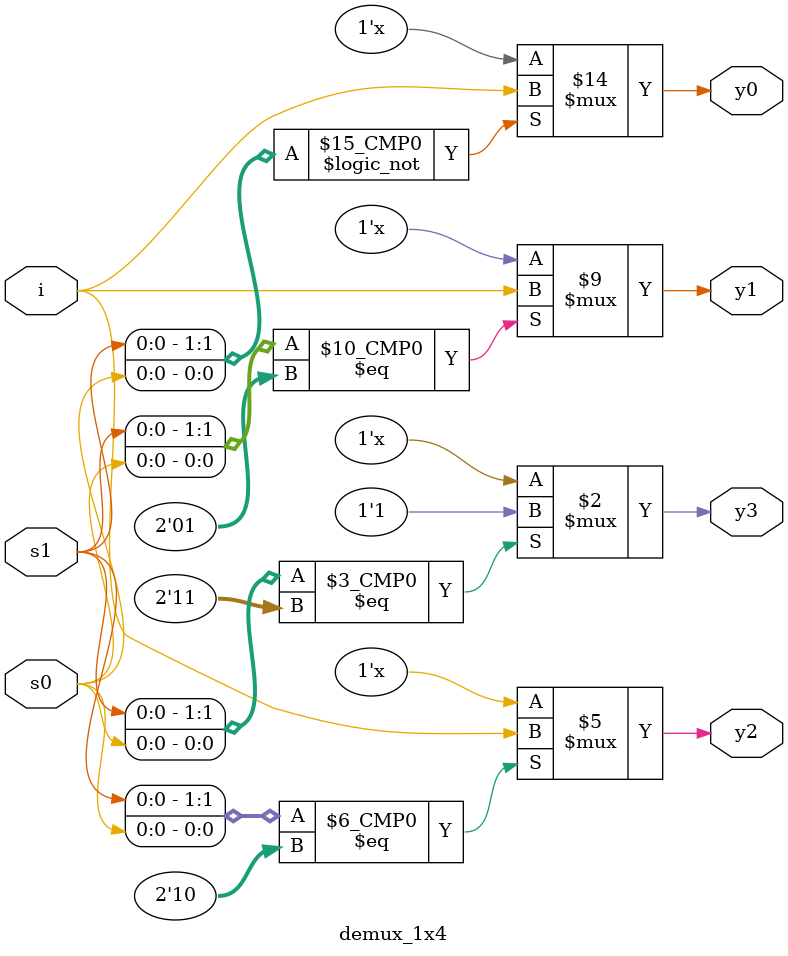
<source format=sv>
module demux_1x4(input i,s1,s0, output logic y3,y2,y1,y0);
  
  always@(i,s1,s0)
       begin
         case({s1,s0})
           2'b00:begin y0=i; y1=1'bx; y2=1'bx; y3=1'bx; end
           2'b01:begin y0=1'bx; y1=i; y2=1'bx; y3=1'bx; end 
           2'b10:begin y0=1'bx; y1=1'bx; y2=i; y3=1'bx; end
           2'b11:begin y0=1'bx; y1=1'bx; y2=1'bx; y3=1'b1; end
           
         endcase  
       end
  
endmodule 



</source>
